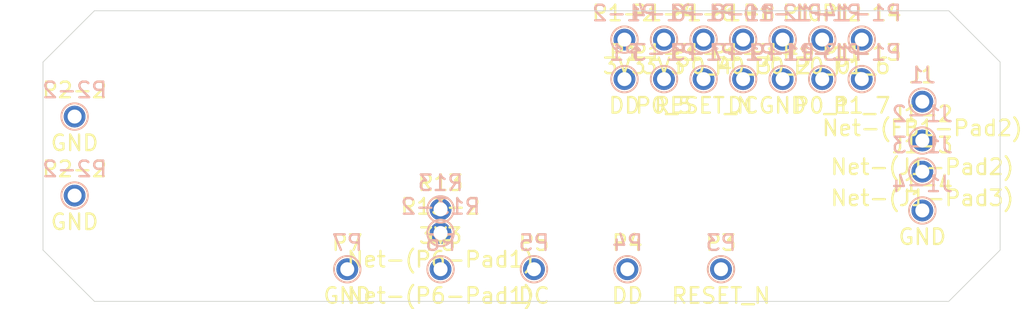
<source format=kicad_pcb>

(kicad_pcb (version 20190605) (host pogojig "(5.1.9)-1")

  (general
    (thickness 1.6)
    (drawings 27)
    (tracks 0)
    (zones 0)
    (modules 27)
    (nets 28)
  )

  (page "A4")
  (layers
    (0 "F.Cu" signal)
    (31 "B.Cu" signal)
    (32 "B.Adhes" user)
    (33 "F.Adhes" user)
    (34 "B.Paste" user)
    (35 "F.Paste" user)
    (36 "B.SilkS" user)
    (37 "F.SilkS" user)
    (38 "B.Mask" user)
    (39 "F.Mask" user)
    (40 "Dwgs.User" user)
    (41 "Cmts.User" user)
    (42 "Eco1.User" user)
    (43 "Eco2.User" user)
    (44 "Edge.Cuts" user)
    (45 "Margin" user)
    (46 "B.CrtYd" user)
    (47 "F.CrtYd" user)
    (48 "B.Fab" user)
    (49 "F.Fab" user)
  )

  (setup
    (last_trace_width 0.25)
    (trace_clearance 0.2)
    (zone_clearance 0.508)
    (zone_45_only no)
    (trace_min 0.2)
    (via_size 0.8)
    (via_drill 0.4)
    (via_min_size 0.4)
    (via_min_drill 0.3)
    (uvia_size 0.3)
    (uvia_drill 0.1)
    (uvias_allowed no)
    (uvia_min_size 0.2)
    (uvia_min_drill 0.1)
    (edge_width 0.1)
    (segment_width 0.2)
    (pcb_text_width 0.3)
    (pcb_text_size 1.5 1.5)
    (mod_edge_width 0.15)
    (mod_text_size 1 1)
    (mod_text_width 0.15)
    (pad_size 1.524 1.524)
    (pad_drill 0.762)
    (pad_to_mask_clearance 0)
    (aux_axis_origin 0 0)
    (visible_elements 7FFFFFFF)
    (pcbplotparams
      (layerselection 0x010fc_ffffffff)
      (usegerberextensions false)
      (usegerberattributes false)
      (usegerberadvancedattributes false)
      (creategerberjobfile false)
      (excludeedgelayer true)
      (linewidth 0.100000)
      (plotframeref false)
      (viasonmask false)
      (mode 1)
      (useauxorigin false)
      (hpglpennumber 1)
      (hpglpenspeed 20)
      (hpglpendiameter 15.000000)
      (psnegative false)
      (psa4output false)
      (plotreference true)
      (plotvalue true)
      (plotinvisibletext false)
      (padsonsilk false)
      (subtractmaskfromsilk false)
      (outputformat 1)
      (mirror false)
      (drillshape 1)
      (scaleselection 1)
      (outputdirectory ""))
  )

  (net 0 "")
  (net 1 "Net-(FB1-Pad2)")
(net 2 "Net-(J1-Pad2)")
(net 3 "Net-(J1-Pad3)")
(net 4 "GND")
(net 5 "DD")
(net 6 "3V3")
(net 7 "P0_5")
(net 8 "3V3")
(net 9 "RESET_N")
(net 10 "P0_4")
(net 11 "DC")
(net 12 "P0_3")
(net 13 "GND")
(net 14 "P0_2")
(net 15 "P0_1")
(net 16 "P0_0")
(net 17 "P1_7")
(net 18 "P1_6")
(net 19 "GND")
(net 20 "GND")
(net 21 "RESET_N")
(net 22 "DD")
(net 23 "DC")
(net 24 "Net-(P6-Pad1)")
(net 25 "GND")
(net 26 "Net-(P6-Pad1)")
(net 27 "3V3")

  (net_class "Default" "This is the default net class."
    (clearance 0.2)
    (trace_width 0.25)
    (via_dia 0.8)
    (via_drill 0.4)
    (uvia_dia 0.3)
    (uvia_drill 0.1)
    (add_net "Net-(FB1-Pad2)")
(add_net "Net-(J1-Pad2)")
(add_net "Net-(J1-Pad3)")
(add_net "GND")
(add_net "DD")
(add_net "3V3")
(add_net "P0_5")
(add_net "3V3")
(add_net "RESET_N")
(add_net "P0_4")
(add_net "DC")
(add_net "P0_3")
(add_net "GND")
(add_net "P0_2")
(add_net "P0_1")
(add_net "P0_0")
(add_net "P1_7")
(add_net "P1_6")
(add_net "GND")
(add_net "GND")
(add_net "RESET_N")
(add_net "DD")
(add_net "DC")
(add_net "Net-(P6-Pad1)")
(add_net "GND")
(add_net "Net-(P6-Pad1)")
(add_net "3V3")
  )


          (module "None" (layer "F.Cu") (tedit 23430000) (tstamp 23420000)
            (at 171.72 81.04)
            (descr "Pogo pin 0")
            (tags "test point plated hole")
            (path "/23440001")
            (attr virtual)
            (fp_text reference "J1" (at 0 -1.7) (layer "F.SilkS")
              (effects (font (size 1 1) (thickness 0.15)))
            )
            (fp_text user "J1" (at 0 -1.7) (layer "B.SilkS")
              (effects (font (size 1 1) (thickness 0.15)) (justify mirror))
            )
            (fp_text user "Net-(FB1-Pad2)" (at 0 1.7) (layer "F.SilkS")
              (effects (font (size 1 1) (thickness 0.15)))
            )
            (fp_text value "pogo pin 0" (at 0 1.7) (layer "F.Fab")
              (effects (font (size 1 1) (thickness 0.15)))
            )
            (fp_text user "%R" (at 0 -1.7) (layer "F.Fab")
              (effects (font (size 1 1) (thickness 0.15)))
            )
            (fp_circle (center 0 0) (end 0.95 0) (layer "F.CrtYd") (width 0.05))
            (fp_circle (center 0 0) (end 0.95 0) (layer "B.CrtYd") (width 0.05))
            (fp_circle (center 0 0) (end 0 -0.85) (layer "F.SilkS") (width 0.12))
            (fp_circle (center 0 0) (end 0 -0.85) (layer "B.SilkS") (width 0.12))
            (pad "1" thru_hole circle (at 0 0) (size 1.4 1.4) (drill 0.9) (layers *.Cu *.Mask)
              (net 1 "Net-(FB1-Pad2)"))
          )

          (module "None" (layer "F.Cu") (tedit 23430001) (tstamp 23420001)
            (at 171.72 83.54)
            (descr "Pogo pin 1")
            (tags "test point plated hole")
            (path "/23440002")
            (attr virtual)
            (fp_text reference "J1-2" (at 0 -1.7) (layer "F.SilkS")
              (effects (font (size 1 1) (thickness 0.15)))
            )
            (fp_text user "J1-2" (at 0 -1.7) (layer "B.SilkS")
              (effects (font (size 1 1) (thickness 0.15)) (justify mirror))
            )
            (fp_text user "Net-(J1-Pad2)" (at 0 1.7) (layer "F.SilkS")
              (effects (font (size 1 1) (thickness 0.15)))
            )
            (fp_text value "pogo pin 1" (at 0 1.7) (layer "F.Fab")
              (effects (font (size 1 1) (thickness 0.15)))
            )
            (fp_text user "%R" (at 0 -1.7) (layer "F.Fab")
              (effects (font (size 1 1) (thickness 0.15)))
            )
            (fp_circle (center 0 0) (end 0.95 0) (layer "F.CrtYd") (width 0.05))
            (fp_circle (center 0 0) (end 0.95 0) (layer "B.CrtYd") (width 0.05))
            (fp_circle (center 0 0) (end 0 -0.85) (layer "F.SilkS") (width 0.12))
            (fp_circle (center 0 0) (end 0 -0.85) (layer "B.SilkS") (width 0.12))
            (pad "1" thru_hole circle (at 0 0) (size 1.4 1.4) (drill 0.9) (layers *.Cu *.Mask)
              (net 2 "Net-(J1-Pad2)"))
          )

          (module "None" (layer "F.Cu") (tedit 23430002) (tstamp 23420002)
            (at 171.72 85.54)
            (descr "Pogo pin 2")
            (tags "test point plated hole")
            (path "/23440003")
            (attr virtual)
            (fp_text reference "J1-3" (at 0 -1.7) (layer "F.SilkS")
              (effects (font (size 1 1) (thickness 0.15)))
            )
            (fp_text user "J1-3" (at 0 -1.7) (layer "B.SilkS")
              (effects (font (size 1 1) (thickness 0.15)) (justify mirror))
            )
            (fp_text user "Net-(J1-Pad3)" (at 0 1.7) (layer "F.SilkS")
              (effects (font (size 1 1) (thickness 0.15)))
            )
            (fp_text value "pogo pin 2" (at 0 1.7) (layer "F.Fab")
              (effects (font (size 1 1) (thickness 0.15)))
            )
            (fp_text user "%R" (at 0 -1.7) (layer "F.Fab")
              (effects (font (size 1 1) (thickness 0.15)))
            )
            (fp_circle (center 0 0) (end 0.95 0) (layer "F.CrtYd") (width 0.05))
            (fp_circle (center 0 0) (end 0.95 0) (layer "B.CrtYd") (width 0.05))
            (fp_circle (center 0 0) (end 0 -0.85) (layer "F.SilkS") (width 0.12))
            (fp_circle (center 0 0) (end 0 -0.85) (layer "B.SilkS") (width 0.12))
            (pad "1" thru_hole circle (at 0 0) (size 1.4 1.4) (drill 0.9) (layers *.Cu *.Mask)
              (net 3 "Net-(J1-Pad3)"))
          )

          (module "None" (layer "F.Cu") (tedit 23430003) (tstamp 23420003)
            (at 171.72 88.04)
            (descr "Pogo pin 3")
            (tags "test point plated hole")
            (path "/23440004")
            (attr virtual)
            (fp_text reference "J1-4" (at 0 -1.7) (layer "F.SilkS")
              (effects (font (size 1 1) (thickness 0.15)))
            )
            (fp_text user "J1-4" (at 0 -1.7) (layer "B.SilkS")
              (effects (font (size 1 1) (thickness 0.15)) (justify mirror))
            )
            (fp_text user "GND" (at 0 1.7) (layer "F.SilkS")
              (effects (font (size 1 1) (thickness 0.15)))
            )
            (fp_text value "pogo pin 3" (at 0 1.7) (layer "F.Fab")
              (effects (font (size 1 1) (thickness 0.15)))
            )
            (fp_text user "%R" (at 0 -1.7) (layer "F.Fab")
              (effects (font (size 1 1) (thickness 0.15)))
            )
            (fp_circle (center 0 0) (end 0.95 0) (layer "F.CrtYd") (width 0.05))
            (fp_circle (center 0 0) (end 0.95 0) (layer "B.CrtYd") (width 0.05))
            (fp_circle (center 0 0) (end 0 -0.85) (layer "F.SilkS") (width 0.12))
            (fp_circle (center 0 0) (end 0 -0.85) (layer "B.SilkS") (width 0.12))
            (pad "1" thru_hole circle (at 0 0) (size 1.4 1.4) (drill 0.9) (layers *.Cu *.Mask)
              (net 4 "GND"))
          )

          (module "None" (layer "F.Cu") (tedit 23430004) (tstamp 23420004)
            (at 152.59 79.59)
            (descr "Pogo pin 4")
            (tags "test point plated hole")
            (path "/23440005")
            (attr virtual)
            (fp_text reference "P1" (at 0 -1.7) (layer "F.SilkS")
              (effects (font (size 1 1) (thickness 0.15)))
            )
            (fp_text user "P1" (at 0 -1.7) (layer "B.SilkS")
              (effects (font (size 1 1) (thickness 0.15)) (justify mirror))
            )
            (fp_text user "DD" (at 0 1.7) (layer "F.SilkS")
              (effects (font (size 1 1) (thickness 0.15)))
            )
            (fp_text value "pogo pin 4" (at 0 1.7) (layer "F.Fab")
              (effects (font (size 1 1) (thickness 0.15)))
            )
            (fp_text user "%R" (at 0 -1.7) (layer "F.Fab")
              (effects (font (size 1 1) (thickness 0.15)))
            )
            (fp_circle (center 0 0) (end 0.95 0) (layer "F.CrtYd") (width 0.05))
            (fp_circle (center 0 0) (end 0.95 0) (layer "B.CrtYd") (width 0.05))
            (fp_circle (center 0 0) (end 0 -0.85) (layer "F.SilkS") (width 0.12))
            (fp_circle (center 0 0) (end 0 -0.85) (layer "B.SilkS") (width 0.12))
            (pad "1" thru_hole circle (at 0 0) (size 1.4 1.4) (drill 0.9) (layers *.Cu *.Mask)
              (net 5 "DD"))
          )

          (module "None" (layer "F.Cu") (tedit 23430005) (tstamp 23420005)
            (at 152.59 77.05)
            (descr "Pogo pin 5")
            (tags "test point plated hole")
            (path "/23440006")
            (attr virtual)
            (fp_text reference "P1-2" (at 0 -1.7) (layer "F.SilkS")
              (effects (font (size 1 1) (thickness 0.15)))
            )
            (fp_text user "P1-2" (at 0 -1.7) (layer "B.SilkS")
              (effects (font (size 1 1) (thickness 0.15)) (justify mirror))
            )
            (fp_text user "3V3" (at 0 1.7) (layer "F.SilkS")
              (effects (font (size 1 1) (thickness 0.15)))
            )
            (fp_text value "pogo pin 5" (at 0 1.7) (layer "F.Fab")
              (effects (font (size 1 1) (thickness 0.15)))
            )
            (fp_text user "%R" (at 0 -1.7) (layer "F.Fab")
              (effects (font (size 1 1) (thickness 0.15)))
            )
            (fp_circle (center 0 0) (end 0.95 0) (layer "F.CrtYd") (width 0.05))
            (fp_circle (center 0 0) (end 0.95 0) (layer "B.CrtYd") (width 0.05))
            (fp_circle (center 0 0) (end 0 -0.85) (layer "F.SilkS") (width 0.12))
            (fp_circle (center 0 0) (end 0 -0.85) (layer "B.SilkS") (width 0.12))
            (pad "1" thru_hole circle (at 0 0) (size 1.4 1.4) (drill 0.9) (layers *.Cu *.Mask)
              (net 6 "3V3"))
          )

          (module "None" (layer "F.Cu") (tedit 23430006) (tstamp 23420006)
            (at 155.13 79.59)
            (descr "Pogo pin 6")
            (tags "test point plated hole")
            (path "/23440007")
            (attr virtual)
            (fp_text reference "P1-3" (at 0 -1.7) (layer "F.SilkS")
              (effects (font (size 1 1) (thickness 0.15)))
            )
            (fp_text user "P1-3" (at 0 -1.7) (layer "B.SilkS")
              (effects (font (size 1 1) (thickness 0.15)) (justify mirror))
            )
            (fp_text user "P0_5" (at 0 1.7) (layer "F.SilkS")
              (effects (font (size 1 1) (thickness 0.15)))
            )
            (fp_text value "pogo pin 6" (at 0 1.7) (layer "F.Fab")
              (effects (font (size 1 1) (thickness 0.15)))
            )
            (fp_text user "%R" (at 0 -1.7) (layer "F.Fab")
              (effects (font (size 1 1) (thickness 0.15)))
            )
            (fp_circle (center 0 0) (end 0.95 0) (layer "F.CrtYd") (width 0.05))
            (fp_circle (center 0 0) (end 0.95 0) (layer "B.CrtYd") (width 0.05))
            (fp_circle (center 0 0) (end 0 -0.85) (layer "F.SilkS") (width 0.12))
            (fp_circle (center 0 0) (end 0 -0.85) (layer "B.SilkS") (width 0.12))
            (pad "1" thru_hole circle (at 0 0) (size 1.4 1.4) (drill 0.9) (layers *.Cu *.Mask)
              (net 7 "P0_5"))
          )

          (module "None" (layer "F.Cu") (tedit 23430007) (tstamp 23420007)
            (at 155.13 77.05)
            (descr "Pogo pin 7")
            (tags "test point plated hole")
            (path "/23440008")
            (attr virtual)
            (fp_text reference "P1-4" (at 0 -1.7) (layer "F.SilkS")
              (effects (font (size 1 1) (thickness 0.15)))
            )
            (fp_text user "P1-4" (at 0 -1.7) (layer "B.SilkS")
              (effects (font (size 1 1) (thickness 0.15)) (justify mirror))
            )
            (fp_text user "3V3" (at 0 1.7) (layer "F.SilkS")
              (effects (font (size 1 1) (thickness 0.15)))
            )
            (fp_text value "pogo pin 7" (at 0 1.7) (layer "F.Fab")
              (effects (font (size 1 1) (thickness 0.15)))
            )
            (fp_text user "%R" (at 0 -1.7) (layer "F.Fab")
              (effects (font (size 1 1) (thickness 0.15)))
            )
            (fp_circle (center 0 0) (end 0.95 0) (layer "F.CrtYd") (width 0.05))
            (fp_circle (center 0 0) (end 0.95 0) (layer "B.CrtYd") (width 0.05))
            (fp_circle (center 0 0) (end 0 -0.85) (layer "F.SilkS") (width 0.12))
            (fp_circle (center 0 0) (end 0 -0.85) (layer "B.SilkS") (width 0.12))
            (pad "1" thru_hole circle (at 0 0) (size 1.4 1.4) (drill 0.9) (layers *.Cu *.Mask)
              (net 8 "3V3"))
          )

          (module "None" (layer "F.Cu") (tedit 23430008) (tstamp 23420008)
            (at 157.67 79.59)
            (descr "Pogo pin 8")
            (tags "test point plated hole")
            (path "/23440009")
            (attr virtual)
            (fp_text reference "P1-5" (at 0 -1.7) (layer "F.SilkS")
              (effects (font (size 1 1) (thickness 0.15)))
            )
            (fp_text user "P1-5" (at 0 -1.7) (layer "B.SilkS")
              (effects (font (size 1 1) (thickness 0.15)) (justify mirror))
            )
            (fp_text user "RESET_N" (at 0 1.7) (layer "F.SilkS")
              (effects (font (size 1 1) (thickness 0.15)))
            )
            (fp_text value "pogo pin 8" (at 0 1.7) (layer "F.Fab")
              (effects (font (size 1 1) (thickness 0.15)))
            )
            (fp_text user "%R" (at 0 -1.7) (layer "F.Fab")
              (effects (font (size 1 1) (thickness 0.15)))
            )
            (fp_circle (center 0 0) (end 0.95 0) (layer "F.CrtYd") (width 0.05))
            (fp_circle (center 0 0) (end 0.95 0) (layer "B.CrtYd") (width 0.05))
            (fp_circle (center 0 0) (end 0 -0.85) (layer "F.SilkS") (width 0.12))
            (fp_circle (center 0 0) (end 0 -0.85) (layer "B.SilkS") (width 0.12))
            (pad "1" thru_hole circle (at 0 0) (size 1.4 1.4) (drill 0.9) (layers *.Cu *.Mask)
              (net 9 "RESET_N"))
          )

          (module "None" (layer "F.Cu") (tedit 23430009) (tstamp 23420009)
            (at 157.67 77.05)
            (descr "Pogo pin 9")
            (tags "test point plated hole")
            (path "/2344000A")
            (attr virtual)
            (fp_text reference "P1-6" (at 0 -1.7) (layer "F.SilkS")
              (effects (font (size 1 1) (thickness 0.15)))
            )
            (fp_text user "P1-6" (at 0 -1.7) (layer "B.SilkS")
              (effects (font (size 1 1) (thickness 0.15)) (justify mirror))
            )
            (fp_text user "P0_4" (at 0 1.7) (layer "F.SilkS")
              (effects (font (size 1 1) (thickness 0.15)))
            )
            (fp_text value "pogo pin 9" (at 0 1.7) (layer "F.Fab")
              (effects (font (size 1 1) (thickness 0.15)))
            )
            (fp_text user "%R" (at 0 -1.7) (layer "F.Fab")
              (effects (font (size 1 1) (thickness 0.15)))
            )
            (fp_circle (center 0 0) (end 0.95 0) (layer "F.CrtYd") (width 0.05))
            (fp_circle (center 0 0) (end 0.95 0) (layer "B.CrtYd") (width 0.05))
            (fp_circle (center 0 0) (end 0 -0.85) (layer "F.SilkS") (width 0.12))
            (fp_circle (center 0 0) (end 0 -0.85) (layer "B.SilkS") (width 0.12))
            (pad "1" thru_hole circle (at 0 0) (size 1.4 1.4) (drill 0.9) (layers *.Cu *.Mask)
              (net 10 "P0_4"))
          )

          (module "None" (layer "F.Cu") (tedit 2343000A) (tstamp 2342000A)
            (at 160.21 79.59)
            (descr "Pogo pin 10")
            (tags "test point plated hole")
            (path "/2344000B")
            (attr virtual)
            (fp_text reference "P1-7" (at 0 -1.7) (layer "F.SilkS")
              (effects (font (size 1 1) (thickness 0.15)))
            )
            (fp_text user "P1-7" (at 0 -1.7) (layer "B.SilkS")
              (effects (font (size 1 1) (thickness 0.15)) (justify mirror))
            )
            (fp_text user "DC" (at 0 1.7) (layer "F.SilkS")
              (effects (font (size 1 1) (thickness 0.15)))
            )
            (fp_text value "pogo pin 10" (at 0 1.7) (layer "F.Fab")
              (effects (font (size 1 1) (thickness 0.15)))
            )
            (fp_text user "%R" (at 0 -1.7) (layer "F.Fab")
              (effects (font (size 1 1) (thickness 0.15)))
            )
            (fp_circle (center 0 0) (end 0.95 0) (layer "F.CrtYd") (width 0.05))
            (fp_circle (center 0 0) (end 0.95 0) (layer "B.CrtYd") (width 0.05))
            (fp_circle (center 0 0) (end 0 -0.85) (layer "F.SilkS") (width 0.12))
            (fp_circle (center 0 0) (end 0 -0.85) (layer "B.SilkS") (width 0.12))
            (pad "1" thru_hole circle (at 0 0) (size 1.4 1.4) (drill 0.9) (layers *.Cu *.Mask)
              (net 11 "DC"))
          )

          (module "None" (layer "F.Cu") (tedit 2343000B) (tstamp 2342000B)
            (at 160.21 77.05)
            (descr "Pogo pin 11")
            (tags "test point plated hole")
            (path "/2344000C")
            (attr virtual)
            (fp_text reference "P1-8" (at 0 -1.7) (layer "F.SilkS")
              (effects (font (size 1 1) (thickness 0.15)))
            )
            (fp_text user "P1-8" (at 0 -1.7) (layer "B.SilkS")
              (effects (font (size 1 1) (thickness 0.15)) (justify mirror))
            )
            (fp_text user "P0_3" (at 0 1.7) (layer "F.SilkS")
              (effects (font (size 1 1) (thickness 0.15)))
            )
            (fp_text value "pogo pin 11" (at 0 1.7) (layer "F.Fab")
              (effects (font (size 1 1) (thickness 0.15)))
            )
            (fp_text user "%R" (at 0 -1.7) (layer "F.Fab")
              (effects (font (size 1 1) (thickness 0.15)))
            )
            (fp_circle (center 0 0) (end 0.95 0) (layer "F.CrtYd") (width 0.05))
            (fp_circle (center 0 0) (end 0.95 0) (layer "B.CrtYd") (width 0.05))
            (fp_circle (center 0 0) (end 0 -0.85) (layer "F.SilkS") (width 0.12))
            (fp_circle (center 0 0) (end 0 -0.85) (layer "B.SilkS") (width 0.12))
            (pad "1" thru_hole circle (at 0 0) (size 1.4 1.4) (drill 0.9) (layers *.Cu *.Mask)
              (net 12 "P0_3"))
          )

          (module "None" (layer "F.Cu") (tedit 2343000C) (tstamp 2342000C)
            (at 162.75 79.59)
            (descr "Pogo pin 12")
            (tags "test point plated hole")
            (path "/2344000D")
            (attr virtual)
            (fp_text reference "P1-9" (at 0 -1.7) (layer "F.SilkS")
              (effects (font (size 1 1) (thickness 0.15)))
            )
            (fp_text user "P1-9" (at 0 -1.7) (layer "B.SilkS")
              (effects (font (size 1 1) (thickness 0.15)) (justify mirror))
            )
            (fp_text user "GND" (at 0 1.7) (layer "F.SilkS")
              (effects (font (size 1 1) (thickness 0.15)))
            )
            (fp_text value "pogo pin 12" (at 0 1.7) (layer "F.Fab")
              (effects (font (size 1 1) (thickness 0.15)))
            )
            (fp_text user "%R" (at 0 -1.7) (layer "F.Fab")
              (effects (font (size 1 1) (thickness 0.15)))
            )
            (fp_circle (center 0 0) (end 0.95 0) (layer "F.CrtYd") (width 0.05))
            (fp_circle (center 0 0) (end 0.95 0) (layer "B.CrtYd") (width 0.05))
            (fp_circle (center 0 0) (end 0 -0.85) (layer "F.SilkS") (width 0.12))
            (fp_circle (center 0 0) (end 0 -0.85) (layer "B.SilkS") (width 0.12))
            (pad "1" thru_hole circle (at 0 0) (size 1.4 1.4) (drill 0.9) (layers *.Cu *.Mask)
              (net 13 "GND"))
          )

          (module "None" (layer "F.Cu") (tedit 2343000D) (tstamp 2342000D)
            (at 162.75 77.05)
            (descr "Pogo pin 13")
            (tags "test point plated hole")
            (path "/2344000E")
            (attr virtual)
            (fp_text reference "P1-10" (at 0 -1.7) (layer "F.SilkS")
              (effects (font (size 1 1) (thickness 0.15)))
            )
            (fp_text user "P1-10" (at 0 -1.7) (layer "B.SilkS")
              (effects (font (size 1 1) (thickness 0.15)) (justify mirror))
            )
            (fp_text user "P0_2" (at 0 1.7) (layer "F.SilkS")
              (effects (font (size 1 1) (thickness 0.15)))
            )
            (fp_text value "pogo pin 13" (at 0 1.7) (layer "F.Fab")
              (effects (font (size 1 1) (thickness 0.15)))
            )
            (fp_text user "%R" (at 0 -1.7) (layer "F.Fab")
              (effects (font (size 1 1) (thickness 0.15)))
            )
            (fp_circle (center 0 0) (end 0.95 0) (layer "F.CrtYd") (width 0.05))
            (fp_circle (center 0 0) (end 0.95 0) (layer "B.CrtYd") (width 0.05))
            (fp_circle (center 0 0) (end 0 -0.85) (layer "F.SilkS") (width 0.12))
            (fp_circle (center 0 0) (end 0 -0.85) (layer "B.SilkS") (width 0.12))
            (pad "1" thru_hole circle (at 0 0) (size 1.4 1.4) (drill 0.9) (layers *.Cu *.Mask)
              (net 14 "P0_2"))
          )

          (module "None" (layer "F.Cu") (tedit 2343000E) (tstamp 2342000E)
            (at 165.29 79.59)
            (descr "Pogo pin 14")
            (tags "test point plated hole")
            (path "/2344000F")
            (attr virtual)
            (fp_text reference "P1-11" (at 0 -1.7) (layer "F.SilkS")
              (effects (font (size 1 1) (thickness 0.15)))
            )
            (fp_text user "P1-11" (at 0 -1.7) (layer "B.SilkS")
              (effects (font (size 1 1) (thickness 0.15)) (justify mirror))
            )
            (fp_text user "P0_1" (at 0 1.7) (layer "F.SilkS")
              (effects (font (size 1 1) (thickness 0.15)))
            )
            (fp_text value "pogo pin 14" (at 0 1.7) (layer "F.Fab")
              (effects (font (size 1 1) (thickness 0.15)))
            )
            (fp_text user "%R" (at 0 -1.7) (layer "F.Fab")
              (effects (font (size 1 1) (thickness 0.15)))
            )
            (fp_circle (center 0 0) (end 0.95 0) (layer "F.CrtYd") (width 0.05))
            (fp_circle (center 0 0) (end 0.95 0) (layer "B.CrtYd") (width 0.05))
            (fp_circle (center 0 0) (end 0 -0.85) (layer "F.SilkS") (width 0.12))
            (fp_circle (center 0 0) (end 0 -0.85) (layer "B.SilkS") (width 0.12))
            (pad "1" thru_hole circle (at 0 0) (size 1.4 1.4) (drill 0.9) (layers *.Cu *.Mask)
              (net 15 "P0_1"))
          )

          (module "None" (layer "F.Cu") (tedit 2343000F) (tstamp 2342000F)
            (at 165.29 77.05)
            (descr "Pogo pin 15")
            (tags "test point plated hole")
            (path "/23440010")
            (attr virtual)
            (fp_text reference "P1-12" (at 0 -1.7) (layer "F.SilkS")
              (effects (font (size 1 1) (thickness 0.15)))
            )
            (fp_text user "P1-12" (at 0 -1.7) (layer "B.SilkS")
              (effects (font (size 1 1) (thickness 0.15)) (justify mirror))
            )
            (fp_text user "P0_0" (at 0 1.7) (layer "F.SilkS")
              (effects (font (size 1 1) (thickness 0.15)))
            )
            (fp_text value "pogo pin 15" (at 0 1.7) (layer "F.Fab")
              (effects (font (size 1 1) (thickness 0.15)))
            )
            (fp_text user "%R" (at 0 -1.7) (layer "F.Fab")
              (effects (font (size 1 1) (thickness 0.15)))
            )
            (fp_circle (center 0 0) (end 0.95 0) (layer "F.CrtYd") (width 0.05))
            (fp_circle (center 0 0) (end 0.95 0) (layer "B.CrtYd") (width 0.05))
            (fp_circle (center 0 0) (end 0 -0.85) (layer "F.SilkS") (width 0.12))
            (fp_circle (center 0 0) (end 0 -0.85) (layer "B.SilkS") (width 0.12))
            (pad "1" thru_hole circle (at 0 0) (size 1.4 1.4) (drill 0.9) (layers *.Cu *.Mask)
              (net 16 "P0_0"))
          )

          (module "None" (layer "F.Cu") (tedit 23430010) (tstamp 23420010)
            (at 167.83 79.59)
            (descr "Pogo pin 16")
            (tags "test point plated hole")
            (path "/23440011")
            (attr virtual)
            (fp_text reference "P1-13" (at 0 -1.7) (layer "F.SilkS")
              (effects (font (size 1 1) (thickness 0.15)))
            )
            (fp_text user "P1-13" (at 0 -1.7) (layer "B.SilkS")
              (effects (font (size 1 1) (thickness 0.15)) (justify mirror))
            )
            (fp_text user "P1_7" (at 0 1.7) (layer "F.SilkS")
              (effects (font (size 1 1) (thickness 0.15)))
            )
            (fp_text value "pogo pin 16" (at 0 1.7) (layer "F.Fab")
              (effects (font (size 1 1) (thickness 0.15)))
            )
            (fp_text user "%R" (at 0 -1.7) (layer "F.Fab")
              (effects (font (size 1 1) (thickness 0.15)))
            )
            (fp_circle (center 0 0) (end 0.95 0) (layer "F.CrtYd") (width 0.05))
            (fp_circle (center 0 0) (end 0.95 0) (layer "B.CrtYd") (width 0.05))
            (fp_circle (center 0 0) (end 0 -0.85) (layer "F.SilkS") (width 0.12))
            (fp_circle (center 0 0) (end 0 -0.85) (layer "B.SilkS") (width 0.12))
            (pad "1" thru_hole circle (at 0 0) (size 1.4 1.4) (drill 0.9) (layers *.Cu *.Mask)
              (net 17 "P1_7"))
          )

          (module "None" (layer "F.Cu") (tedit 23430011) (tstamp 23420011)
            (at 167.83 77.05)
            (descr "Pogo pin 17")
            (tags "test point plated hole")
            (path "/23440012")
            (attr virtual)
            (fp_text reference "P1-14" (at 0 -1.7) (layer "F.SilkS")
              (effects (font (size 1 1) (thickness 0.15)))
            )
            (fp_text user "P1-14" (at 0 -1.7) (layer "B.SilkS")
              (effects (font (size 1 1) (thickness 0.15)) (justify mirror))
            )
            (fp_text user "P1_6" (at 0 1.7) (layer "F.SilkS")
              (effects (font (size 1 1) (thickness 0.15)))
            )
            (fp_text value "pogo pin 17" (at 0 1.7) (layer "F.Fab")
              (effects (font (size 1 1) (thickness 0.15)))
            )
            (fp_text user "%R" (at 0 -1.7) (layer "F.Fab")
              (effects (font (size 1 1) (thickness 0.15)))
            )
            (fp_circle (center 0 0) (end 0.95 0) (layer "F.CrtYd") (width 0.05))
            (fp_circle (center 0 0) (end 0.95 0) (layer "B.CrtYd") (width 0.05))
            (fp_circle (center 0 0) (end 0 -0.85) (layer "F.SilkS") (width 0.12))
            (fp_circle (center 0 0) (end 0 -0.85) (layer "B.SilkS") (width 0.12))
            (pad "1" thru_hole circle (at 0 0) (size 1.4 1.4) (drill 0.9) (layers *.Cu *.Mask)
              (net 18 "P1_6"))
          )

          (module "None" (layer "F.Cu") (tedit 23430012) (tstamp 23420012)
            (at 117.28 87.08)
            (descr "Pogo pin 18")
            (tags "test point plated hole")
            (path "/23440013")
            (attr virtual)
            (fp_text reference "P2-2" (at 0 -1.7) (layer "F.SilkS")
              (effects (font (size 1 1) (thickness 0.15)))
            )
            (fp_text user "P2-2" (at 0 -1.7) (layer "B.SilkS")
              (effects (font (size 1 1) (thickness 0.15)) (justify mirror))
            )
            (fp_text user "GND" (at 0 1.7) (layer "F.SilkS")
              (effects (font (size 1 1) (thickness 0.15)))
            )
            (fp_text value "pogo pin 18" (at 0 1.7) (layer "F.Fab")
              (effects (font (size 1 1) (thickness 0.15)))
            )
            (fp_text user "%R" (at 0 -1.7) (layer "F.Fab")
              (effects (font (size 1 1) (thickness 0.15)))
            )
            (fp_circle (center 0 0) (end 0.95 0) (layer "F.CrtYd") (width 0.05))
            (fp_circle (center 0 0) (end 0.95 0) (layer "B.CrtYd") (width 0.05))
            (fp_circle (center 0 0) (end 0 -0.85) (layer "F.SilkS") (width 0.12))
            (fp_circle (center 0 0) (end 0 -0.85) (layer "B.SilkS") (width 0.12))
            (pad "1" thru_hole circle (at 0 0) (size 1.4 1.4) (drill 0.9) (layers *.Cu *.Mask)
              (net 19 "GND"))
          )

          (module "None" (layer "F.Cu") (tedit 23430013) (tstamp 23420013)
            (at 117.28 82.0)
            (descr "Pogo pin 19")
            (tags "test point plated hole")
            (path "/23440014")
            (attr virtual)
            (fp_text reference "P2-2" (at 0 -1.7) (layer "F.SilkS")
              (effects (font (size 1 1) (thickness 0.15)))
            )
            (fp_text user "P2-2" (at 0 -1.7) (layer "B.SilkS")
              (effects (font (size 1 1) (thickness 0.15)) (justify mirror))
            )
            (fp_text user "GND" (at 0 1.7) (layer "F.SilkS")
              (effects (font (size 1 1) (thickness 0.15)))
            )
            (fp_text value "pogo pin 19" (at 0 1.7) (layer "F.Fab")
              (effects (font (size 1 1) (thickness 0.15)))
            )
            (fp_text user "%R" (at 0 -1.7) (layer "F.Fab")
              (effects (font (size 1 1) (thickness 0.15)))
            )
            (fp_circle (center 0 0) (end 0.95 0) (layer "F.CrtYd") (width 0.05))
            (fp_circle (center 0 0) (end 0.95 0) (layer "B.CrtYd") (width 0.05))
            (fp_circle (center 0 0) (end 0 -0.85) (layer "F.SilkS") (width 0.12))
            (fp_circle (center 0 0) (end 0 -0.85) (layer "B.SilkS") (width 0.12))
            (pad "1" thru_hole circle (at 0 0) (size 1.4 1.4) (drill 0.9) (layers *.Cu *.Mask)
              (net 20 "GND"))
          )

          (module "None" (layer "F.Cu") (tedit 23430014) (tstamp 23420014)
            (at 158.79 91.82)
            (descr "Pogo pin 20")
            (tags "test point plated hole")
            (path "/23440015")
            (attr virtual)
            (fp_text reference "P3" (at 0 -1.7) (layer "F.SilkS")
              (effects (font (size 1 1) (thickness 0.15)))
            )
            (fp_text user "P3" (at 0 -1.7) (layer "B.SilkS")
              (effects (font (size 1 1) (thickness 0.15)) (justify mirror))
            )
            (fp_text user "RESET_N" (at 0 1.7) (layer "F.SilkS")
              (effects (font (size 1 1) (thickness 0.15)))
            )
            (fp_text value "pogo pin 20" (at 0 1.7) (layer "F.Fab")
              (effects (font (size 1 1) (thickness 0.15)))
            )
            (fp_text user "%R" (at 0 -1.7) (layer "F.Fab")
              (effects (font (size 1 1) (thickness 0.15)))
            )
            (fp_circle (center 0 0) (end 0.95 0) (layer "F.CrtYd") (width 0.05))
            (fp_circle (center 0 0) (end 0.95 0) (layer "B.CrtYd") (width 0.05))
            (fp_circle (center 0 0) (end 0 -0.85) (layer "F.SilkS") (width 0.12))
            (fp_circle (center 0 0) (end 0 -0.85) (layer "B.SilkS") (width 0.12))
            (pad "1" thru_hole circle (at 0 0) (size 1.4 1.4) (drill 0.9) (layers *.Cu *.Mask)
              (net 21 "RESET_N"))
          )

          (module "None" (layer "F.Cu") (tedit 23430015) (tstamp 23420015)
            (at 152.78 91.82)
            (descr "Pogo pin 21")
            (tags "test point plated hole")
            (path "/23440016")
            (attr virtual)
            (fp_text reference "P4" (at 0 -1.7) (layer "F.SilkS")
              (effects (font (size 1 1) (thickness 0.15)))
            )
            (fp_text user "P4" (at 0 -1.7) (layer "B.SilkS")
              (effects (font (size 1 1) (thickness 0.15)) (justify mirror))
            )
            (fp_text user "DD" (at 0 1.7) (layer "F.SilkS")
              (effects (font (size 1 1) (thickness 0.15)))
            )
            (fp_text value "pogo pin 21" (at 0 1.7) (layer "F.Fab")
              (effects (font (size 1 1) (thickness 0.15)))
            )
            (fp_text user "%R" (at 0 -1.7) (layer "F.Fab")
              (effects (font (size 1 1) (thickness 0.15)))
            )
            (fp_circle (center 0 0) (end 0.95 0) (layer "F.CrtYd") (width 0.05))
            (fp_circle (center 0 0) (end 0.95 0) (layer "B.CrtYd") (width 0.05))
            (fp_circle (center 0 0) (end 0 -0.85) (layer "F.SilkS") (width 0.12))
            (fp_circle (center 0 0) (end 0 -0.85) (layer "B.SilkS") (width 0.12))
            (pad "1" thru_hole circle (at 0 0) (size 1.4 1.4) (drill 0.9) (layers *.Cu *.Mask)
              (net 22 "DD"))
          )

          (module "None" (layer "F.Cu") (tedit 23430016) (tstamp 23420016)
            (at 146.78 91.82)
            (descr "Pogo pin 22")
            (tags "test point plated hole")
            (path "/23440017")
            (attr virtual)
            (fp_text reference "P5" (at 0 -1.7) (layer "F.SilkS")
              (effects (font (size 1 1) (thickness 0.15)))
            )
            (fp_text user "P5" (at 0 -1.7) (layer "B.SilkS")
              (effects (font (size 1 1) (thickness 0.15)) (justify mirror))
            )
            (fp_text user "DC" (at 0 1.7) (layer "F.SilkS")
              (effects (font (size 1 1) (thickness 0.15)))
            )
            (fp_text value "pogo pin 22" (at 0 1.7) (layer "F.Fab")
              (effects (font (size 1 1) (thickness 0.15)))
            )
            (fp_text user "%R" (at 0 -1.7) (layer "F.Fab")
              (effects (font (size 1 1) (thickness 0.15)))
            )
            (fp_circle (center 0 0) (end 0.95 0) (layer "F.CrtYd") (width 0.05))
            (fp_circle (center 0 0) (end 0.95 0) (layer "B.CrtYd") (width 0.05))
            (fp_circle (center 0 0) (end 0 -0.85) (layer "F.SilkS") (width 0.12))
            (fp_circle (center 0 0) (end 0 -0.85) (layer "B.SilkS") (width 0.12))
            (pad "1" thru_hole circle (at 0 0) (size 1.4 1.4) (drill 0.9) (layers *.Cu *.Mask)
              (net 23 "DC"))
          )

          (module "None" (layer "F.Cu") (tedit 23430017) (tstamp 23420017)
            (at 140.78 91.82)
            (descr "Pogo pin 23")
            (tags "test point plated hole")
            (path "/23440018")
            (attr virtual)
            (fp_text reference "P6" (at 0 -1.7) (layer "F.SilkS")
              (effects (font (size 1 1) (thickness 0.15)))
            )
            (fp_text user "P6" (at 0 -1.7) (layer "B.SilkS")
              (effects (font (size 1 1) (thickness 0.15)) (justify mirror))
            )
            (fp_text user "Net-(P6-Pad1)" (at 0 1.7) (layer "F.SilkS")
              (effects (font (size 1 1) (thickness 0.15)))
            )
            (fp_text value "pogo pin 23" (at 0 1.7) (layer "F.Fab")
              (effects (font (size 1 1) (thickness 0.15)))
            )
            (fp_text user "%R" (at 0 -1.7) (layer "F.Fab")
              (effects (font (size 1 1) (thickness 0.15)))
            )
            (fp_circle (center 0 0) (end 0.95 0) (layer "F.CrtYd") (width 0.05))
            (fp_circle (center 0 0) (end 0.95 0) (layer "B.CrtYd") (width 0.05))
            (fp_circle (center 0 0) (end 0 -0.85) (layer "F.SilkS") (width 0.12))
            (fp_circle (center 0 0) (end 0 -0.85) (layer "B.SilkS") (width 0.12))
            (pad "1" thru_hole circle (at 0 0) (size 1.4 1.4) (drill 0.9) (layers *.Cu *.Mask)
              (net 24 "Net-(P6-Pad1)"))
          )

          (module "None" (layer "F.Cu") (tedit 23430018) (tstamp 23420018)
            (at 134.79 91.82)
            (descr "Pogo pin 24")
            (tags "test point plated hole")
            (path "/23440019")
            (attr virtual)
            (fp_text reference "P7" (at 0 -1.7) (layer "F.SilkS")
              (effects (font (size 1 1) (thickness 0.15)))
            )
            (fp_text user "P7" (at 0 -1.7) (layer "B.SilkS")
              (effects (font (size 1 1) (thickness 0.15)) (justify mirror))
            )
            (fp_text user "GND" (at 0 1.7) (layer "F.SilkS")
              (effects (font (size 1 1) (thickness 0.15)))
            )
            (fp_text value "pogo pin 24" (at 0 1.7) (layer "F.Fab")
              (effects (font (size 1 1) (thickness 0.15)))
            )
            (fp_text user "%R" (at 0 -1.7) (layer "F.Fab")
              (effects (font (size 1 1) (thickness 0.15)))
            )
            (fp_circle (center 0 0) (end 0.95 0) (layer "F.CrtYd") (width 0.05))
            (fp_circle (center 0 0) (end 0.95 0) (layer "B.CrtYd") (width 0.05))
            (fp_circle (center 0 0) (end 0 -0.85) (layer "F.SilkS") (width 0.12))
            (fp_circle (center 0 0) (end 0 -0.85) (layer "B.SilkS") (width 0.12))
            (pad "1" thru_hole circle (at 0 0) (size 1.4 1.4) (drill 0.9) (layers *.Cu *.Mask)
              (net 25 "GND"))
          )

          (module "None" (layer "F.Cu") (tedit 23430019) (tstamp 23420019)
            (at 140.78 89.49)
            (descr "Pogo pin 25")
            (tags "test point plated hole")
            (path "/2344001A")
            (attr virtual)
            (fp_text reference "R13-2" (at 0 -1.7) (layer "F.SilkS")
              (effects (font (size 1 1) (thickness 0.15)))
            )
            (fp_text user "R13-2" (at 0 -1.7) (layer "B.SilkS")
              (effects (font (size 1 1) (thickness 0.15)) (justify mirror))
            )
            (fp_text user "Net-(P6-Pad1)" (at 0 1.7) (layer "F.SilkS")
              (effects (font (size 1 1) (thickness 0.15)))
            )
            (fp_text value "pogo pin 25" (at 0 1.7) (layer "F.Fab")
              (effects (font (size 1 1) (thickness 0.15)))
            )
            (fp_text user "%R" (at 0 -1.7) (layer "F.Fab")
              (effects (font (size 1 1) (thickness 0.15)))
            )
            (fp_circle (center 0 0) (end 0.95 0) (layer "F.CrtYd") (width 0.05))
            (fp_circle (center 0 0) (end 0.95 0) (layer "B.CrtYd") (width 0.05))
            (fp_circle (center 0 0) (end 0 -0.85) (layer "F.SilkS") (width 0.12))
            (fp_circle (center 0 0) (end 0 -0.85) (layer "B.SilkS") (width 0.12))
            (pad "1" thru_hole circle (at 0 0) (size 1.4 1.4) (drill 0.9) (layers *.Cu *.Mask)
              (net 26 "Net-(P6-Pad1)"))
          )

          (module "None" (layer "F.Cu") (tedit 2343001A) (tstamp 2342001A)
            (at 140.78 87.97)
            (descr "Pogo pin 26")
            (tags "test point plated hole")
            (path "/2344001B")
            (attr virtual)
            (fp_text reference "R13" (at 0 -1.7) (layer "F.SilkS")
              (effects (font (size 1 1) (thickness 0.15)))
            )
            (fp_text user "R13" (at 0 -1.7) (layer "B.SilkS")
              (effects (font (size 1 1) (thickness 0.15)) (justify mirror))
            )
            (fp_text user "3V3" (at 0 1.7) (layer "F.SilkS")
              (effects (font (size 1 1) (thickness 0.15)))
            )
            (fp_text value "pogo pin 26" (at 0 1.7) (layer "F.Fab")
              (effects (font (size 1 1) (thickness 0.15)))
            )
            (fp_text user "%R" (at 0 -1.7) (layer "F.Fab")
              (effects (font (size 1 1) (thickness 0.15)))
            )
            (fp_circle (center 0 0) (end 0.95 0) (layer "F.CrtYd") (width 0.05))
            (fp_circle (center 0 0) (end 0.95 0) (layer "B.CrtYd") (width 0.05))
            (fp_circle (center 0 0) (end 0 -0.85) (layer "F.SilkS") (width 0.12))
            (fp_circle (center 0 0) (end 0 -0.85) (layer "B.SilkS") (width 0.12))
            (pad "1" thru_hole circle (at 0 0) (size 1.4 1.4) (drill 0.9) (layers *.Cu *.Mask)
              (net 27 "3V3"))
          )

  (gr_line (start 118.552 75.1928) (end 173.416 75.1928) (layer "Edge.Cuts") (width 0.05))
(gr_line (start 173.416 93.8872) (end 118.552 93.8872) (layer "Edge.Cuts") (width 0.05))
(gr_line (start 115.25 90.5852) (end 115.25 78.4948) (layer "Edge.Cuts") (width 0.05))
(gr_line (start 176.718 90.5852) (end 176.718 78.4948) (layer "Edge.Cuts") (width 0.05))
(gr_line (start 115.25 90.5852) (end 118.552 93.8872) (layer "Edge.Cuts") (width 0.05))
(gr_line (start 176.718 90.5852) (end 173.416 93.8872) (layer "Edge.Cuts") (width 0.05))
(gr_line (start 176.718 78.4948) (end 173.416 75.1928) (layer "Edge.Cuts") (width 0.05))
(gr_line (start 115.25 78.4948) (end 118.552 75.1928) (layer "Edge.Cuts") (width 0.05))
)

</source>
